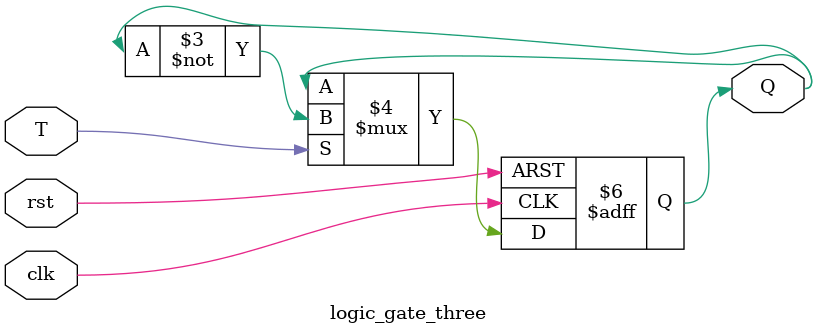
<source format=v>
`timescale 1ns / 1ps


module logic_gate_three( clk,rst,T,Q );

input T,clk,rst;
output reg Q;

always @(posedge clk or negedge rst)
begin
    if(!rst)
        Q<=1'b0;
    else if(T)
        Q<=~Q;
end 

endmodule

</source>
